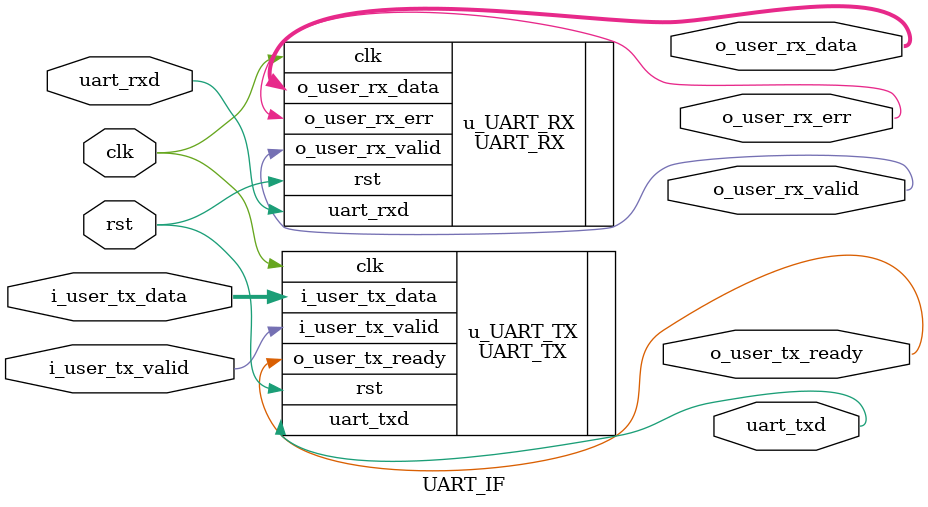
<source format=sv>

module UART_IF # (
    parameter       CLK_FRAC    = 50            , //unit: 100KHz
    parameter       BAUD        = 19200         ,
    parameter       DATA_WIDTH  = 8             ,
    parameter       CHECK_BIT   = "even"        , //"even", "odd", "mask", "space", "none"
    parameter       END_WIDTH   = 1               //end bit width
) (
    //global clock & reset
    input                       clk                     ,
    input                       rst                     ,
    
    //user data interface
    output                      o_user_tx_ready         ,
    input   [DATA_WIDTH-1:0]    i_user_tx_data          ,
    input                       i_user_tx_valid         ,
    output  [DATA_WIDTH-1:0]    o_user_rx_data          ,
    output                      o_user_rx_valid         ,
    output                      o_user_rx_err           ,
    
    //UART interface
    output                      uart_txd                ,
    input                       uart_rxd                
);


// =========================================================================================================================================
// Logic
// =========================================================================================================================================
UART_TX # (
    .CLK_FRAC           ( CLK_FRAC          ), //unit: 100KHz
    .BAUD               ( BAUD              ),
    .DATA_WIDTH         ( DATA_WIDTH        ),
    .CHECK_BIT          ( CHECK_BIT         ), //"even", "odd", "mask", "space", "none"
    .END_WIDTH          ( END_WIDTH         )  //end bit width
) u_UART_TX (
    //global clock & reset
    .clk                ( clk               ),
    .rst                ( rst               ),
    
    //user data interface
    .o_user_tx_ready    ( o_user_tx_ready   ),
    .i_user_tx_data     ( i_user_tx_data    ),
    .i_user_tx_valid    ( i_user_tx_valid   ),
    
    //uart interface
    .uart_txd           ( uart_txd          )
);

UART_RX # (
    .CLK_FRAC           ( CLK_FRAC          ), //unit: 100KHz
    .BAUD               ( BAUD              ),
    .DATA_WIDTH         ( DATA_WIDTH        ),
    .CHECK_BIT          ( CHECK_BIT         ), //"even", "odd", "mask", "space", "none"
    .END_WIDTH          ( END_WIDTH         )  //end bit width
) u_UART_RX (
    //global clock & reset
    .clk                ( clk               ),
    .rst                ( rst               ),
    
    //user data interface
    .o_user_rx_data     ( o_user_rx_data    ),
    .o_user_rx_valid    ( o_user_rx_valid   ),
    .o_user_rx_err      ( o_user_rx_err     ),
    
    //uart interface
    .uart_rxd           ( uart_rxd          )
);


endmodule


</source>
